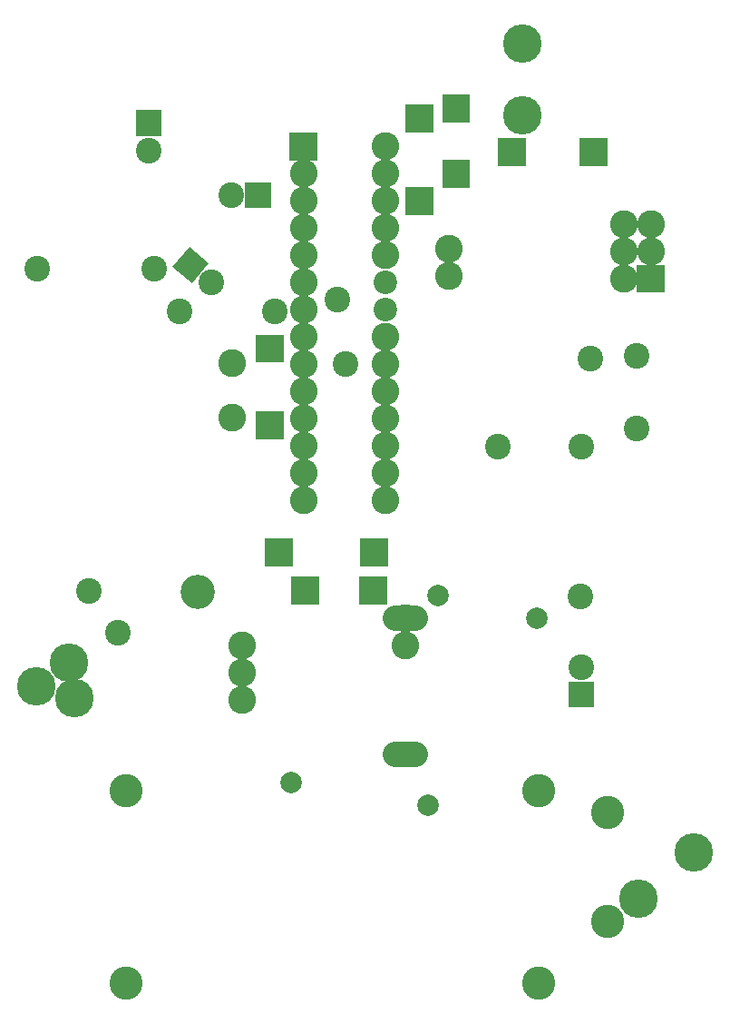
<source format=gbr>
%FSLAX34Y34*%
%MOMM*%
%LNSOLDERMASK_TOP*%
G71*
G01*
%ADD10C, 2.60*%
%ADD11C, 2.20*%
%ADD12C, 2.60*%
%ADD13C, 3.10*%
%ADD14C, 3.60*%
%ADD15C, 2.60*%
%ADD16C, 2.60*%
%ADD17C, 2.40*%
%ADD18C, 3.20*%
%ADD19C, 3.10*%
%ADD20C, 2.40*%
%ADD21C, 3.60*%
%ADD22C, 2.40*%
%ADD23C, 2.00*%
%LPD*%
G36*
X-652000Y236881D02*
X-626000Y236881D01*
X-626000Y210881D01*
X-652000Y210881D01*
X-652000Y236881D01*
G37*
X-639000Y198481D02*
G54D10*
D03*
X-639000Y173081D02*
G54D10*
D03*
X-639000Y147681D02*
G54D10*
D03*
X-562800Y223881D02*
G54D10*
D03*
X-562800Y198481D02*
G54D10*
D03*
X-562800Y173081D02*
G54D10*
D03*
X-562800Y147681D02*
G54D10*
D03*
X-639000Y122281D02*
G54D10*
D03*
X-562800Y122281D02*
G54D10*
D03*
X-639000Y96881D02*
G54D10*
D03*
X-639000Y71481D02*
G54D10*
D03*
X-562800Y96881D02*
G54D11*
D03*
X-562800Y71481D02*
G54D11*
D03*
X-639000Y46081D02*
G54D10*
D03*
X-562800Y46081D02*
G54D10*
D03*
X-639000Y20681D02*
G54D10*
D03*
X-562800Y20681D02*
G54D10*
D03*
X-639000Y-4719D02*
G54D10*
D03*
X-562800Y-4719D02*
G54D10*
D03*
X-639000Y-30119D02*
G54D10*
D03*
X-639000Y-55519D02*
G54D10*
D03*
X-639000Y-80919D02*
G54D10*
D03*
X-639000Y-106319D02*
G54D10*
D03*
X-562800Y-30119D02*
G54D10*
D03*
X-562800Y-55519D02*
G54D10*
D03*
X-562800Y-80919D02*
G54D10*
D03*
X-562800Y-106319D02*
G54D10*
D03*
G36*
X-509491Y211481D02*
X-483491Y211481D01*
X-483491Y185481D01*
X-509491Y185481D01*
X-509491Y211481D01*
G37*
X-544034Y-241330D02*
G54D12*
D03*
X-544034Y-215930D02*
G54D12*
D03*
X-696428Y-292099D02*
G54D12*
D03*
X-696428Y-266699D02*
G54D12*
D03*
X-696428Y-241299D02*
G54D12*
D03*
G36*
X-509491Y272160D02*
X-483491Y272160D01*
X-483491Y246160D01*
X-509491Y246160D01*
X-509491Y272160D01*
G37*
G36*
X-544019Y186081D02*
X-518019Y186081D01*
X-518019Y160081D01*
X-544019Y160081D01*
X-544019Y186081D01*
G37*
G36*
X-544019Y262634D02*
X-518019Y262634D01*
X-518019Y236634D01*
X-544019Y236634D01*
X-544019Y262634D01*
G37*
X-804822Y-377400D02*
G54D13*
D03*
X-419853Y-377400D02*
G54D13*
D03*
X-419922Y-556378D02*
G54D13*
D03*
X-804822Y-556378D02*
G54D13*
D03*
X-326266Y-477547D02*
G54D14*
D03*
X-274941Y-434481D02*
G54D14*
D03*
X-340121Y125811D02*
G54D15*
D03*
X-314721Y125811D02*
G54D15*
D03*
G36*
X-301721Y113411D02*
X-301721Y87411D01*
X-327721Y87411D01*
X-327721Y113411D01*
X-301721Y113411D01*
G37*
X-340121Y100311D02*
G54D15*
D03*
X-340021Y151211D02*
G54D15*
D03*
X-314721Y151211D02*
G54D15*
D03*
X-503555Y128647D02*
G54D16*
D03*
X-503555Y103247D02*
G54D16*
D03*
G36*
X-431699Y231524D02*
X-431699Y205524D01*
X-457699Y205524D01*
X-457699Y231524D01*
X-431699Y231524D01*
G37*
G36*
X-355102Y231524D02*
X-355102Y205524D01*
X-381102Y205524D01*
X-381102Y231524D01*
X-355102Y231524D01*
G37*
X-705941Y21531D02*
G54D16*
D03*
X-705941Y-29469D02*
G54D16*
D03*
G36*
X-657521Y48167D02*
X-657521Y22167D01*
X-683521Y22167D01*
X-683521Y48167D01*
X-657521Y48167D01*
G37*
G36*
X-657521Y-23270D02*
X-657521Y-49270D01*
X-683521Y-49270D01*
X-683521Y-23270D01*
X-657521Y-23270D01*
G37*
X-371078Y25797D02*
G54D17*
D03*
X-738188Y-191294D02*
G54D18*
D03*
G36*
X-586088Y-141737D02*
X-560088Y-141737D01*
X-560088Y-167737D01*
X-586088Y-167737D01*
X-586088Y-141737D01*
G37*
G36*
X-650381Y-177500D02*
X-624381Y-177500D01*
X-624381Y-203500D01*
X-650381Y-203500D01*
X-650381Y-177500D01*
G37*
G36*
X-586881Y-177500D02*
X-560881Y-177500D01*
X-560881Y-203500D01*
X-586881Y-203500D01*
X-586881Y-177500D01*
G37*
G36*
X-674988Y-141737D02*
X-648988Y-141737D01*
X-648988Y-167737D01*
X-674988Y-167737D01*
X-674988Y-141737D01*
G37*
X-783829Y220266D02*
G54D17*
D03*
G36*
X-795829Y233666D02*
X-795829Y257666D01*
X-771829Y257666D01*
X-771829Y233666D01*
X-795829Y233666D01*
G37*
X-706836Y178595D02*
G54D17*
D03*
G36*
X-693436Y190595D02*
X-669436Y190595D01*
X-669436Y166595D01*
X-693436Y166595D01*
X-693436Y190595D01*
G37*
X-354806Y-397272D02*
G54D19*
D03*
X-354806Y-498872D02*
G54D19*
D03*
X-379675Y-261683D02*
G54D20*
D03*
G36*
X-391675Y-299083D02*
X-391675Y-275083D01*
X-367675Y-275083D01*
X-367675Y-299083D01*
X-391675Y-299083D01*
G37*
X-858441Y-257572D02*
G54D21*
D03*
X-888206Y-279400D02*
G54D21*
D03*
G54D22*
X-553030Y-342930D02*
X-535030Y-342930D01*
G54D22*
X-553034Y-215930D02*
X-535034Y-215930D01*
X-327818Y28576D02*
G54D17*
D03*
X-327818Y-39247D02*
G54D17*
D03*
X-379413Y-56312D02*
G54D17*
D03*
X-457597Y-55916D02*
G54D17*
D03*
X-380604Y-195616D02*
G54D17*
D03*
X-754658Y70092D02*
G54D17*
D03*
X-888008Y109780D02*
G54D17*
D03*
X-778471Y109779D02*
G54D17*
D03*
X-666155Y70092D02*
G54D17*
D03*
X-607616Y81006D02*
G54D17*
D03*
X-600075Y21078D02*
G54D17*
D03*
X-812403Y-229791D02*
G54D17*
D03*
X-650478Y-369491D02*
G54D23*
D03*
X-522684Y-390922D02*
G54D23*
D03*
X-853281Y-290909D02*
G54D21*
D03*
X-724873Y96918D02*
G54D20*
D03*
G36*
X-745810Y130151D02*
X-727425Y114724D01*
X-742852Y96339D01*
X-761237Y111766D01*
X-745810Y130151D01*
G37*
X-839788Y-190897D02*
G54D17*
D03*
X-421481Y-215900D02*
G54D23*
D03*
X-513556Y-195218D02*
G54D23*
D03*
X-434344Y253044D02*
G54D14*
D03*
X-434344Y320044D02*
G54D14*
D03*
M02*

</source>
